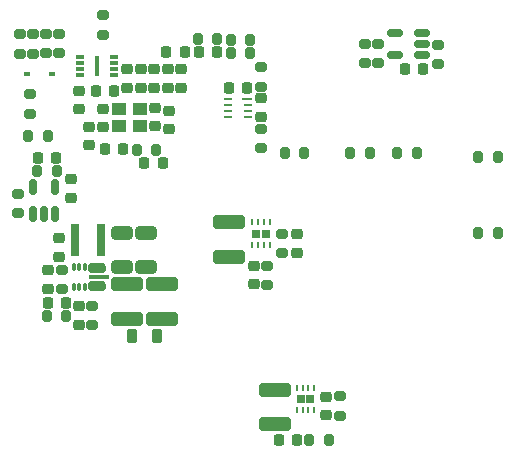
<source format=gbp>
G04 #@! TF.GenerationSoftware,KiCad,Pcbnew,(6.0.7)*
G04 #@! TF.CreationDate,2022-10-27T11:43:32+02:00*
G04 #@! TF.ProjectId,hydCircCon,68796443-6972-4634-936f-6e2e6b696361,rev?*
G04 #@! TF.SameCoordinates,Original*
G04 #@! TF.FileFunction,Paste,Bot*
G04 #@! TF.FilePolarity,Positive*
%FSLAX46Y46*%
G04 Gerber Fmt 4.6, Leading zero omitted, Abs format (unit mm)*
G04 Created by KiCad (PCBNEW (6.0.7)) date 2022-10-27 11:43:32*
%MOMM*%
%LPD*%
G01*
G04 APERTURE LIST*
G04 Aperture macros list*
%AMRoundRect*
0 Rectangle with rounded corners*
0 $1 Rounding radius*
0 $2 $3 $4 $5 $6 $7 $8 $9 X,Y pos of 4 corners*
0 Add a 4 corners polygon primitive as box body*
4,1,4,$2,$3,$4,$5,$6,$7,$8,$9,$2,$3,0*
0 Add four circle primitives for the rounded corners*
1,1,$1+$1,$2,$3*
1,1,$1+$1,$4,$5*
1,1,$1+$1,$6,$7*
1,1,$1+$1,$8,$9*
0 Add four rect primitives between the rounded corners*
20,1,$1+$1,$2,$3,$4,$5,0*
20,1,$1+$1,$4,$5,$6,$7,0*
20,1,$1+$1,$6,$7,$8,$9,0*
20,1,$1+$1,$8,$9,$2,$3,0*%
G04 Aperture macros list end*
%ADD10RoundRect,0.200000X-0.200000X-0.275000X0.200000X-0.275000X0.200000X0.275000X-0.200000X0.275000X0*%
%ADD11RoundRect,0.225000X-0.250000X0.225000X-0.250000X-0.225000X0.250000X-0.225000X0.250000X0.225000X0*%
%ADD12RoundRect,0.225000X0.250000X-0.225000X0.250000X0.225000X-0.250000X0.225000X-0.250000X-0.225000X0*%
%ADD13RoundRect,0.225000X-0.225000X-0.250000X0.225000X-0.250000X0.225000X0.250000X-0.225000X0.250000X0*%
%ADD14RoundRect,0.200000X-0.275000X0.200000X-0.275000X-0.200000X0.275000X-0.200000X0.275000X0.200000X0*%
%ADD15RoundRect,0.200000X0.275000X-0.200000X0.275000X0.200000X-0.275000X0.200000X-0.275000X-0.200000X0*%
%ADD16RoundRect,0.150000X0.150000X-0.512500X0.150000X0.512500X-0.150000X0.512500X-0.150000X-0.512500X0*%
%ADD17RoundRect,0.225000X0.225000X0.250000X-0.225000X0.250000X-0.225000X-0.250000X0.225000X-0.250000X0*%
%ADD18RoundRect,0.250000X-1.100000X0.325000X-1.100000X-0.325000X1.100000X-0.325000X1.100000X0.325000X0*%
%ADD19RoundRect,0.062500X0.337500X0.062500X-0.337500X0.062500X-0.337500X-0.062500X0.337500X-0.062500X0*%
%ADD20RoundRect,0.062500X0.287500X0.062500X-0.287500X0.062500X-0.287500X-0.062500X0.287500X-0.062500X0*%
%ADD21RoundRect,0.250000X0.650000X-0.325000X0.650000X0.325000X-0.650000X0.325000X-0.650000X-0.325000X0*%
%ADD22R,1.150000X1.000000*%
%ADD23RoundRect,0.200000X0.200000X0.275000X-0.200000X0.275000X-0.200000X-0.275000X0.200000X-0.275000X0*%
%ADD24R,0.750000X0.300000*%
%ADD25R,0.300000X1.700000*%
%ADD26RoundRect,0.250000X1.100000X-0.325000X1.100000X0.325000X-1.100000X0.325000X-1.100000X-0.325000X0*%
%ADD27RoundRect,0.218750X0.218750X0.256250X-0.218750X0.256250X-0.218750X-0.256250X0.218750X-0.256250X0*%
%ADD28RoundRect,0.200000X0.525000X-0.200000X0.525000X0.200000X-0.525000X0.200000X-0.525000X-0.200000X0*%
%ADD29RoundRect,0.075000X0.075000X-0.225000X0.075000X0.225000X-0.075000X0.225000X-0.075000X-0.225000X0*%
%ADD30RoundRect,0.075000X0.787500X-0.075000X0.787500X0.075000X-0.787500X0.075000X-0.787500X-0.075000X0*%
%ADD31R,0.800000X2.700000*%
%ADD32R,0.650000X0.750000*%
%ADD33R,0.250000X0.500000*%
%ADD34RoundRect,0.218750X-0.218750X-0.381250X0.218750X-0.381250X0.218750X0.381250X-0.218750X0.381250X0*%
%ADD35R,0.600000X0.450000*%
%ADD36RoundRect,0.150000X0.512500X0.150000X-0.512500X0.150000X-0.512500X-0.150000X0.512500X-0.150000X0*%
G04 APERTURE END LIST*
D10*
X195125000Y-107200000D03*
X196775000Y-107200000D03*
D11*
X167700000Y-93350000D03*
X167700000Y-94900000D03*
D12*
X182200000Y-122650000D03*
X182200000Y-121100000D03*
D13*
X166850000Y-101275000D03*
X168400000Y-101275000D03*
D14*
X157150000Y-95475000D03*
X157150000Y-97125000D03*
D11*
X160650000Y-102675000D03*
X160650000Y-104225000D03*
D15*
X183450000Y-122675000D03*
X183450000Y-121025000D03*
D14*
X176750000Y-93175000D03*
X176750000Y-94825000D03*
D15*
X159650000Y-91975000D03*
X159650000Y-90325000D03*
D10*
X166225000Y-100175000D03*
X167875000Y-100175000D03*
D16*
X159300000Y-105637500D03*
X158350000Y-105637500D03*
X157400000Y-105637500D03*
X157400000Y-103362500D03*
X159300000Y-103362500D03*
D17*
X190462500Y-93300000D03*
X188912500Y-93300000D03*
D15*
X163350000Y-90425000D03*
X163350000Y-88775000D03*
D17*
X179775000Y-124700000D03*
X178225000Y-124700000D03*
D18*
X168350000Y-111575000D03*
X168350000Y-114525000D03*
D15*
X178500000Y-108925000D03*
X178500000Y-107275000D03*
D19*
X175575000Y-95900000D03*
D20*
X175625000Y-96400000D03*
X175625000Y-96900000D03*
X175625000Y-97400000D03*
X173925000Y-97400000D03*
X173925000Y-96900000D03*
X173925000Y-96400000D03*
X173925000Y-95900000D03*
D17*
X164325000Y-95200000D03*
X162775000Y-95200000D03*
D12*
X158700000Y-111925000D03*
X158700000Y-110375000D03*
D11*
X161350000Y-113425000D03*
X161350000Y-114975000D03*
D17*
X165075000Y-100125000D03*
X163525000Y-100125000D03*
D21*
X167000000Y-110125000D03*
X167000000Y-107175000D03*
D13*
X158675000Y-113100000D03*
X160225000Y-113100000D03*
D11*
X161300000Y-95150000D03*
X161300000Y-96700000D03*
D17*
X175550000Y-94900000D03*
X174000000Y-94900000D03*
D22*
X164700000Y-96750000D03*
X166450000Y-96750000D03*
X166450000Y-98150000D03*
X164700000Y-98150000D03*
D23*
X160225000Y-114250000D03*
X158575000Y-114250000D03*
D14*
X157450000Y-90375000D03*
X157450000Y-92025000D03*
X177250000Y-109975000D03*
X177250000Y-111625000D03*
D10*
X195125000Y-100750000D03*
X196775000Y-100750000D03*
D11*
X159600000Y-107675000D03*
X159600000Y-109225000D03*
D24*
X161400000Y-93825000D03*
X161400000Y-93325000D03*
X161400000Y-92825000D03*
X161400000Y-92325000D03*
X164300000Y-92325000D03*
X164300000Y-92825000D03*
X164300000Y-93325000D03*
X164300000Y-93825000D03*
D25*
X162850000Y-93075000D03*
D15*
X156150000Y-105525000D03*
X156150000Y-103875000D03*
D26*
X177900000Y-123425000D03*
X177900000Y-120475000D03*
D14*
X186637500Y-91175000D03*
X186637500Y-92825000D03*
X185537500Y-91175000D03*
X185537500Y-92825000D03*
D11*
X168850000Y-93350000D03*
X168850000Y-94900000D03*
D17*
X173025000Y-91900000D03*
X171475000Y-91900000D03*
D11*
X162150000Y-98200000D03*
X162150000Y-99750000D03*
D10*
X178725000Y-100400000D03*
X180375000Y-100400000D03*
D27*
X170287500Y-91875000D03*
X168712500Y-91875000D03*
D15*
X156300000Y-92025000D03*
X156300000Y-90375000D03*
D28*
X162850000Y-111675000D03*
D29*
X161800000Y-111775000D03*
X161350000Y-111775000D03*
X160900000Y-111775000D03*
X160900000Y-110075000D03*
X161350000Y-110075000D03*
X161800000Y-110075000D03*
D28*
X162850000Y-110175000D03*
D30*
X162987500Y-110925000D03*
D26*
X174000000Y-109275000D03*
X174000000Y-106325000D03*
D31*
X161025000Y-107800000D03*
X163225000Y-107800000D03*
D32*
X180100000Y-121250000D03*
X180900000Y-121250000D03*
D33*
X181250000Y-122200000D03*
X180750000Y-122200000D03*
X180250000Y-122200000D03*
X179750000Y-122200000D03*
X179750000Y-120300000D03*
X180250000Y-120300000D03*
X180750000Y-120300000D03*
X181250000Y-120300000D03*
D15*
X191687500Y-92925000D03*
X191687500Y-91275000D03*
D12*
X167800000Y-98175000D03*
X167800000Y-96625000D03*
D11*
X165400000Y-93350000D03*
X165400000Y-94900000D03*
X163350000Y-96675000D03*
X163350000Y-98225000D03*
D15*
X176750000Y-100025000D03*
X176750000Y-98375000D03*
X162450000Y-115025000D03*
X162450000Y-113375000D03*
D34*
X165837500Y-115950000D03*
X167962500Y-115950000D03*
D17*
X159375000Y-100850000D03*
X157825000Y-100850000D03*
D10*
X184275000Y-100450000D03*
X185925000Y-100450000D03*
X157775000Y-101970000D03*
X159425000Y-101970000D03*
D23*
X175825000Y-91950000D03*
X174175000Y-91950000D03*
D21*
X165000000Y-110125000D03*
X165000000Y-107175000D03*
D10*
X180825000Y-124700000D03*
X182475000Y-124700000D03*
D11*
X176750000Y-95825000D03*
X176750000Y-97375000D03*
D35*
X156900000Y-93760000D03*
X159000000Y-93760000D03*
D15*
X158550000Y-91975000D03*
X158550000Y-90325000D03*
D10*
X174175000Y-90850000D03*
X175825000Y-90850000D03*
D12*
X179750000Y-108875000D03*
X179750000Y-107325000D03*
D11*
X169950000Y-93350000D03*
X169950000Y-94900000D03*
X176100000Y-110025000D03*
X176100000Y-111575000D03*
X166550000Y-93350000D03*
X166550000Y-94900000D03*
D23*
X173025000Y-90750000D03*
X171375000Y-90750000D03*
D12*
X168950000Y-98400000D03*
X168950000Y-96850000D03*
D15*
X159850000Y-111975000D03*
X159850000Y-110325000D03*
D10*
X157025000Y-99000000D03*
X158675000Y-99000000D03*
D32*
X177150000Y-107270000D03*
X176350000Y-107270000D03*
D33*
X177500000Y-108220000D03*
X177000000Y-108220000D03*
X176500000Y-108220000D03*
X176000000Y-108220000D03*
X176000000Y-106320000D03*
X176500000Y-106320000D03*
X177000000Y-106320000D03*
X177500000Y-106320000D03*
D36*
X190337500Y-90250000D03*
X190337500Y-91200000D03*
X190337500Y-92150000D03*
X188062500Y-92150000D03*
X188062500Y-90250000D03*
D18*
X165400000Y-111575000D03*
X165400000Y-114525000D03*
D10*
X188275000Y-100450000D03*
X189925000Y-100450000D03*
M02*

</source>
